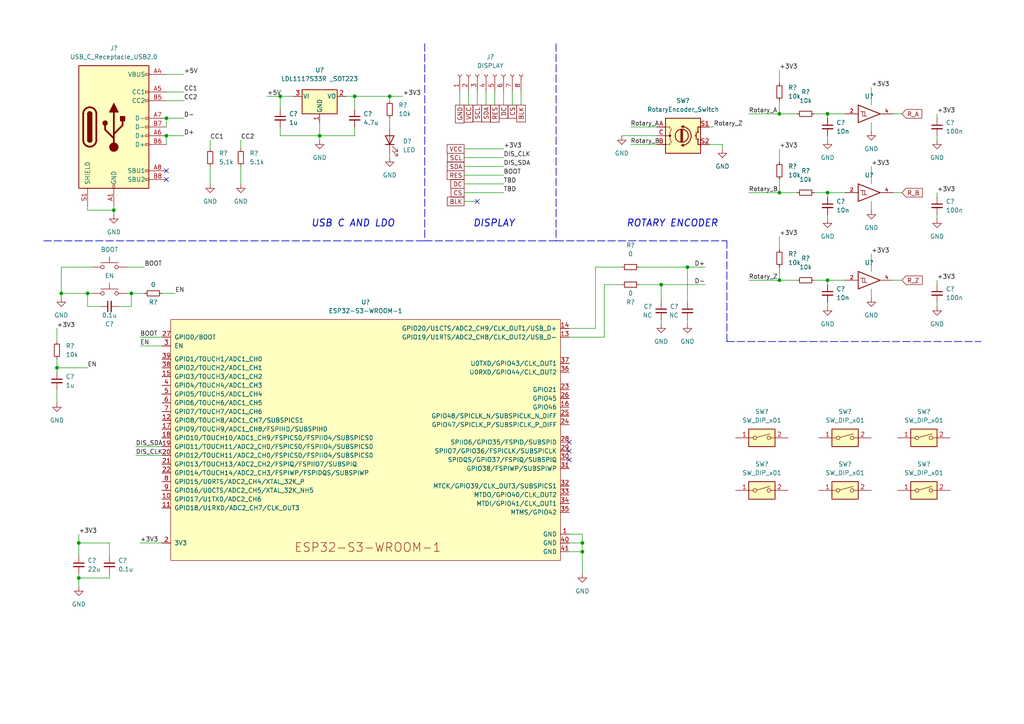
<source format=kicad_sch>
(kicad_sch (version 20211123) (generator eeschema)
  (paper "A4")
  (lib_symbols
    (symbol "74xGxx:74LVC1G17" (pin_names (offset 1.016))
      (property "Reference" "U" (at -2.54 3.81 0))
      (property "Value" "74LVC1G17" (at 0 -3.81 0))
      (symbol "74LVC1G17_0_1"
        (polyline (pts (xy -2.54 0.635) (xy -1.905 0.635) (xy -1.905 -0.635)))
        (polyline (pts (xy -3.81 2.54) (xy -3.81 -2.54) (xy 2.54 0) (xy -3.81 2.54)) (stroke (width 0.254)))
        (polyline (pts (xy -3.175 0.635) (xy -2.54 0.635) (xy -2.54 -0.635) (xy -1.27 -0.635)))
      )
      (symbol "74LVC1G17_1_1"
        (pin input line (at -7.62 0 0) (length 3.81) (name "~") (number "2"))
        (pin power_in line (at 0 -2.54 270) (length 0) hide (name "GND") (number "3"))
        (pin output line (at 6.35 0 180) (length 3.81) (name "~") (number "4"))
        (pin power_in line (at 0 2.54 90) (length 0) hide (name "VCC") (number "5"))
      )
    )
    (symbol "Connector:Conn_01x08_Female" (pin_names (offset 1.016) hide)
      (property "Reference" "J" (at 0 10.16 0))
      (property "Value" "Conn_01x08_Female" (at 0 -12.7 0))
      (symbol "Conn_01x08_Female_1_1"
        (arc (start 0 -9.652) (mid -0.508 -10.16) (end 0 -10.668) (stroke (width 0.1524)))
        (arc (start 0 -7.112) (mid -0.508 -7.62) (end 0 -8.128) (stroke (width 0.1524)))
        (arc (start 0 -4.572) (mid -0.508 -5.08) (end 0 -5.588) (stroke (width 0.1524)))
        (arc (start 0 -2.032) (mid -0.508 -2.54) (end 0 -3.048) (stroke (width 0.1524)))
        (polyline (pts (xy -1.27 -10.16) (xy -0.508 -10.16)) (stroke (width 0.1524)))
        (polyline (pts (xy -1.27 -7.62) (xy -0.508 -7.62)) (stroke (width 0.1524)))
        (polyline (pts (xy -1.27 -5.08) (xy -0.508 -5.08)) (stroke (width 0.1524)))
        (polyline (pts (xy -1.27 -2.54) (xy -0.508 -2.54)) (stroke (width 0.1524)))
        (polyline (pts (xy -1.27 0) (xy -0.508 0)) (stroke (width 0.1524)))
        (polyline (pts (xy -1.27 2.54) (xy -0.508 2.54)) (stroke (width 0.1524)))
        (polyline (pts (xy -1.27 5.08) (xy -0.508 5.08)) (stroke (width 0.1524)))
        (polyline (pts (xy -1.27 7.62) (xy -0.508 7.62)) (stroke (width 0.1524)))
        (arc (start 0 0.508) (mid -0.508 0) (end 0 -0.508) (stroke (width 0.1524)))
        (arc (start 0 3.048) (mid -0.508 2.54) (end 0 2.032) (stroke (width 0.1524)))
        (arc (start 0 5.588) (mid -0.508 5.08) (end 0 4.572) (stroke (width 0.1524)))
        (arc (start 0 8.128) (mid -0.508 7.62) (end 0 7.112) (stroke (width 0.1524)))
        (pin passive line (at -5.08 7.62 0) (length 3.81) (name "Pin_1") (number "1"))
        (pin passive line (at -5.08 5.08 0) (length 3.81) (name "Pin_2") (number "2"))
        (pin passive line (at -5.08 2.54 0) (length 3.81) (name "Pin_3") (number "3"))
        (pin passive line (at -5.08 0 0) (length 3.81) (name "Pin_4") (number "4"))
        (pin passive line (at -5.08 -2.54 0) (length 3.81) (name "Pin_5") (number "5"))
        (pin passive line (at -5.08 -5.08 0) (length 3.81) (name "Pin_6") (number "6"))
        (pin passive line (at -5.08 -7.62 0) (length 3.81) (name "Pin_7") (number "7"))
        (pin passive line (at -5.08 -10.16 0) (length 3.81) (name "Pin_8") (number "8"))
      )
    )
    (symbol "Connector:USB_C_Receptacle_USB2.0" (pin_names (offset 1.016))
      (property "Reference" "J" (at -10.16 19.05 0))
      (property "Value" "USB_C_Receptacle_USB2.0" (at 19.05 19.05 0))
      (symbol "USB_C_Receptacle_USB2.0_0_0"
        (rectangle (start -0.254 -17.78) (end 0.254 -16.764))
        (rectangle (start 10.16 -14.986) (end 9.144 -15.494))
        (rectangle (start 10.16 -12.446) (end 9.144 -12.954))
        (rectangle (start 10.16 -4.826) (end 9.144 -5.334))
        (rectangle (start 10.16 -2.286) (end 9.144 -2.794))
        (rectangle (start 10.16 0.254) (end 9.144 -0.254))
        (rectangle (start 10.16 2.794) (end 9.144 2.286))
        (rectangle (start 10.16 7.874) (end 9.144 7.366))
        (rectangle (start 10.16 10.414) (end 9.144 9.906))
        (rectangle (start 10.16 15.494) (end 9.144 14.986))
      )
      (symbol "USB_C_Receptacle_USB2.0_0_1"
        (rectangle (start -10.16 17.78) (end 10.16 -17.78) (stroke (width 0.254)) (fill (type background)))
        (arc (start -8.89 -3.81) (mid -6.985 -5.715) (end -5.08 -3.81) (stroke (width 0.508)))
        (arc (start -7.62 -3.81) (mid -6.985 -4.445) (end -6.35 -3.81) (stroke (width 0.254)))
        (arc (start -7.62 -3.81) (mid -6.985 -4.445) (end -6.35 -3.81) (stroke (width 0.254)) (fill (type outline)))
        (rectangle (start -7.62 -3.81) (end -6.35 3.81) (stroke (width 0.254)) (fill (type outline)))
        (arc (start -6.35 3.81) (mid -6.985 4.445) (end -7.62 3.81) (stroke (width 0.254)))
        (arc (start -6.35 3.81) (mid -6.985 4.445) (end -7.62 3.81) (stroke (width 0.254)) (fill (type outline)))
        (arc (start -5.08 3.81) (mid -6.985 5.715) (end -8.89 3.81) (stroke (width 0.508)))
        (circle (center -2.54 1.143) (radius 0.635) (stroke (width 0.254)) (fill (type outline)))
        (circle (center 0 -5.842) (radius 1.27) (fill (type outline)))
        (polyline (pts (xy -8.89 -3.81) (xy -8.89 3.81)) (stroke (width 0.508)))
        (polyline (pts (xy -5.08 3.81) (xy -5.08 -3.81)) (stroke (width 0.508)))
        (polyline (pts (xy 0 -5.842) (xy 0 4.318)) (stroke (width 0.508)))
        (polyline (pts (xy 0 -3.302) (xy -2.54 -0.762) (xy -2.54 0.508)) (stroke (width 0.508)))
        (polyline (pts (xy 0 -2.032) (xy 2.54 0.508) (xy 2.54 1.778)) (stroke (width 0.508)))
        (polyline (pts (xy -1.27 4.318) (xy 0 6.858) (xy 1.27 4.318) (xy -1.27 4.318)) (stroke (width 0.254)) (fill (type outline)))
        (rectangle (start 1.905 1.778) (end 3.175 3.048) (stroke (width 0.254)) (fill (type outline)))
      )
      (symbol "USB_C_Receptacle_USB2.0_1_1"
        (pin passive line (at 0 -22.86 90) (length 5.08) (name "GND") (number "A1"))
        (pin passive line (at 0 -22.86 90) (length 5.08) hide (name "GND") (number "A12"))
        (pin passive line (at 15.24 15.24 180) (length 5.08) (name "VBUS") (number "A4"))
        (pin bidirectional line (at 15.24 10.16 180) (length 5.08) (name "CC1") (number "A5"))
        (pin bidirectional line (at 15.24 -2.54 180) (length 5.08) (name "D+") (number "A6"))
        (pin bidirectional line (at 15.24 2.54 180) (length 5.08) (name "D-") (number "A7"))
        (pin bidirectional line (at 15.24 -12.7 180) (length 5.08) (name "SBU1") (number "A8"))
        (pin passive line (at 15.24 15.24 180) (length 5.08) hide (name "VBUS") (number "A9"))
        (pin passive line (at 0 -22.86 90) (length 5.08) hide (name "GND") (number "B1"))
        (pin passive line (at 0 -22.86 90) (length 5.08) hide (name "GND") (number "B12"))
        (pin passive line (at 15.24 15.24 180) (length 5.08) hide (name "VBUS") (number "B4"))
        (pin bidirectional line (at 15.24 7.62 180) (length 5.08) (name "CC2") (number "B5"))
        (pin bidirectional line (at 15.24 -5.08 180) (length 5.08) (name "D+") (number "B6"))
        (pin bidirectional line (at 15.24 0 180) (length 5.08) (name "D-") (number "B7"))
        (pin bidirectional line (at 15.24 -15.24 180) (length 5.08) (name "SBU2") (number "B8"))
        (pin passive line (at 15.24 15.24 180) (length 5.08) hide (name "VBUS") (number "B9"))
        (pin passive line (at -7.62 -22.86 90) (length 5.08) (name "SHIELD") (number "S1"))
      )
    )
    (symbol "Device:C_Small" (pin_numbers hide) (pin_names (offset 0.254) hide)
      (property "Reference" "C" (at 0.254 1.778 0))
      (property "Value" "C_Small" (at 0.254 -2.032 0))
      (symbol "C_Small_0_1"
        (polyline (pts (xy -1.524 -0.508) (xy 1.524 -0.508)) (stroke (width 0.3302)))
        (polyline (pts (xy -1.524 0.508) (xy 1.524 0.508)) (stroke (width 0.3048)))
      )
      (symbol "C_Small_1_1"
        (pin passive line (at 0 2.54 270) (length 2.032) (name "~") (number "1"))
        (pin passive line (at 0 -2.54 90) (length 2.032) (name "~") (number "2"))
      )
    )
    (symbol "Device:LED" (pin_numbers hide) (pin_names (offset 1.016) hide)
      (property "Reference" "D" (at 0 2.54 0))
      (property "Value" "LED" (at 0 -2.54 0))
      (symbol "LED_0_1"
        (polyline (pts (xy -1.27 -1.27) (xy -1.27 1.27)) (stroke (width 0.254)))
        (polyline (pts (xy -1.27 0) (xy 1.27 0)))
        (polyline (pts (xy 1.27 -1.27) (xy 1.27 1.27) (xy -1.27 0) (xy 1.27 -1.27)) (stroke (width 0.254)))
        (polyline (pts (xy -3.048 -0.762) (xy -4.572 -2.286) (xy -3.81 -2.286) (xy -4.572 -2.286) (xy -4.572 -1.524)))
        (polyline (pts (xy -1.778 -0.762) (xy -3.302 -2.286) (xy -2.54 -2.286) (xy -3.302 -2.286) (xy -3.302 -1.524)))
      )
      (symbol "LED_1_1"
        (pin passive line (at -3.81 0 0) (length 2.54) (name "K") (number "1"))
        (pin passive line (at 3.81 0 180) (length 2.54) (name "A") (number "2"))
      )
    )
    (symbol "Device:R_Small" (pin_numbers hide) (pin_names (offset 0.254) hide)
      (property "Reference" "R" (at 0.762 0.508 0))
      (property "Value" "R_Small" (at 0.762 -1.016 0))
      (symbol "R_Small_0_1"
        (rectangle (start -0.762 1.778) (end 0.762 -1.778) (stroke (width 0.2032)))
      )
      (symbol "R_Small_1_1"
        (pin passive line (at 0 2.54 270) (length 0.762) (name "~") (number "1"))
        (pin passive line (at 0 -2.54 90) (length 0.762) (name "~") (number "2"))
      )
    )
    (symbol "Device:RotaryEncoder_Switch" (pin_names (offset 0.254) hide)
      (property "Reference" "SW" (at 0 6.604 0))
      (property "Value" "RotaryEncoder_Switch" (at 0 -6.604 0))
      (symbol "RotaryEncoder_Switch_0_1"
        (rectangle (start -5.08 5.08) (end 5.08 -5.08) (stroke (width 0.254)) (fill (type background)))
        (circle (center -3.81 0) (radius 0.254) (fill (type outline)))
        (arc (start -0.381 -2.794) (mid 2.3622 -0.0508) (end -0.381 2.667) (stroke (width 0.254)))
        (circle (center -0.381 0) (radius 1.905) (stroke (width 0.254)))
        (polyline (pts (xy -0.635 -1.778) (xy -0.635 1.778)) (stroke (width 0.254)))
        (polyline (pts (xy -0.381 -1.778) (xy -0.381 1.778)) (stroke (width 0.254)))
        (polyline (pts (xy -0.127 1.778) (xy -0.127 -1.778)) (stroke (width 0.254)))
        (polyline (pts (xy 3.81 0) (xy 3.429 0)) (stroke (width 0.254)))
        (polyline (pts (xy 3.81 1.016) (xy 3.81 -1.016)) (stroke (width 0.254)))
        (polyline (pts (xy -5.08 -2.54) (xy -3.81 -2.54) (xy -3.81 -2.032)))
        (polyline (pts (xy -5.08 2.54) (xy -3.81 2.54) (xy -3.81 2.032)))
        (polyline (pts (xy 0.254 -3.048) (xy -0.508 -2.794) (xy 0.127 -2.413)) (stroke (width 0.254)))
        (polyline (pts (xy 0.254 2.921) (xy -0.508 2.667) (xy 0.127 2.286)) (stroke (width 0.254)))
        (polyline (pts (xy 5.08 -2.54) (xy 4.318 -2.54) (xy 4.318 -1.016)) (stroke (width 0.254)))
        (polyline (pts (xy 5.08 2.54) (xy 4.318 2.54) (xy 4.318 1.016)) (stroke (width 0.254)))
        (polyline (pts (xy -5.08 0) (xy -3.81 0) (xy -3.81 -1.016) (xy -3.302 -2.032)))
        (polyline (pts (xy -4.318 0) (xy -3.81 0) (xy -3.81 1.016) (xy -3.302 2.032)))
        (circle (center 4.318 -1.016) (radius 0.127) (stroke (width 0.254)))
        (circle (center 4.318 1.016) (radius 0.127) (stroke (width 0.254)))
      )
      (symbol "RotaryEncoder_Switch_1_1"
        (pin passive line (at -7.62 2.54 0) (length 2.54) (name "A") (number "A"))
        (pin passive line (at -7.62 -2.54 0) (length 2.54) (name "B") (number "B"))
        (pin passive line (at -7.62 0 0) (length 2.54) (name "C") (number "C"))
        (pin passive line (at 7.62 2.54 180) (length 2.54) (name "S1") (number "S1"))
        (pin passive line (at 7.62 -2.54 180) (length 2.54) (name "S2") (number "S2"))
      )
    )
    (symbol "Espressif:ESP32-S3-WROOM-1" (pin_names (offset 1.016))
      (property "Reference" "U" (at 0 35.56 0))
      (property "Value" "ESP32-S3-WROOM-1" (at 0 -36.83 0))
      (symbol "ESP32-S3-WROOM-1_0_0"
        (rectangle (start -57.15 34.29) (end 55.88 -35.56) (fill (type background)))
        (text "ESP32-S3-WROOM-1" (at 0 -31.75 0) (effects (font (size 2.54 2.54))))
        (pin power_in line (at 58.42 -27.94 180) (length 2.54) (name "GND") (number "1"))
        (pin bidirectional line (at -59.69 -17.78 0) (length 2.54) (name "GPIO17/U1TXD/ADC2_CH6") (number "10"))
        (pin bidirectional line (at -59.69 -20.32 0) (length 2.54) (name "GPIO18/U1RXD/ADC2_CH7/CLK_OUT3") (number "11"))
        (pin bidirectional line (at -59.69 5.08 0) (length 2.54) (name "GPIO8/TOUCH8/ADC1_CH7/SUBSPICS1") (number "12"))
        (pin bidirectional line (at 58.42 29.21 180) (length 2.54) (name "GPIO19/U1RTS/ADC2_CH8/CLK_OUT2/USB_D-") (number "13"))
        (pin bidirectional line (at 58.42 31.75 180) (length 2.54) (name "GPIO20/U1CTS/ADC2_CH9/CLK_OUT1/USB_D+") (number "14"))
        (pin bidirectional line (at -59.69 17.78 0) (length 2.54) (name "GPIO3/TOUCH3/ADC1_CH2") (number "15"))
        (pin bidirectional line (at 58.42 8.89 180) (length 2.54) (name "GPIO46") (number "16"))
        (pin bidirectional line (at -59.69 2.54 0) (length 2.54) (name "GPIO9/TOUCH9/ADC1_CH8/FSPIHD/SUBSPIHD") (number "17"))
        (pin bidirectional line (at -59.69 0 0) (length 2.54) (name "GPIO10/TOUCH10/ADC1_CH9/FSPICS0/FSPIIO4/SUBSPICS0") (number "18"))
        (pin bidirectional line (at -59.69 -2.54 0) (length 2.54) (name "GPIO11/TOUCH11/ADC2_CH0/FSPICS0/FSPIIO4/SUBSPICS0") (number "19"))
        (pin power_in line (at -59.69 -30.48 0) (length 2.54) (name "3V3") (number "2"))
        (pin bidirectional line (at -59.69 -5.08 0) (length 2.54) (name "GPIO12/TOUCH11/ADC2_CH0/FSPICS0/FSPIIO4/SUBSPICS0") (number "20"))
        (pin bidirectional line (at -59.69 -7.62 0) (length 2.54) (name "GPIO13/TOUCH13/ADC2_CH2/FSPIQ/FSPIIO7/SUBSPIQ") (number "21"))
        (pin bidirectional line (at -59.69 -10.16 0) (length 2.54) (name "GPIO14/TOUCH14/ADC2_CH3/FSPIWP/FSPIDQS/SUBSPIWP") (number "22"))
        (pin bidirectional line (at 58.42 13.97 180) (length 2.54) (name "GPIO21") (number "23"))
        (pin bidirectional line (at 58.42 3.81 180) (length 2.54) (name "GPIO47/SPICLK_P/SUBSPICLK_P_DIFF") (number "24"))
        (pin bidirectional line (at 58.42 6.35 180) (length 2.54) (name "GPIO48/SPICLK_N/SUBSPICLK_N_DIFF") (number "25"))
        (pin bidirectional line (at 58.42 11.43 180) (length 2.54) (name "GPIO45") (number "26"))
        (pin bidirectional line (at -59.69 29.21 0) (length 2.54) (name "GPIO0/BOOT") (number "27"))
        (pin bidirectional line (at 58.42 -1.27 180) (length 2.54) (name "SPIIO6/GPIO35/FSPID/SUBSPID") (number "28"))
        (pin bidirectional line (at 58.42 -3.81 180) (length 2.54) (name "SPIIO7/GPIO36/FSPICLK/SUBSPICLK") (number "29"))
        (pin input line (at -59.69 26.67 0) (length 2.54) (name "EN") (number "3"))
        (pin bidirectional line (at 58.42 -6.35 180) (length 2.54) (name "SPIDQS/GPIO37/FSPIQ/SUBSPIQ") (number "30"))
        (pin bidirectional line (at 58.42 -8.89 180) (length 2.54) (name "GPIO38/FSPIWP/SUBSPIWP") (number "31"))
        (pin bidirectional line (at 58.42 -13.97 180) (length 2.54) (name "MTCK/GPIO39/CLK_OUT3/SUBSPICS1") (number "32"))
        (pin bidirectional line (at 58.42 -16.51 180) (length 2.54) (name "MTDO/GPIO40/CLK_OUT2") (number "33"))
        (pin bidirectional line (at 58.42 -19.05 180) (length 2.54) (name "MTDI/GPIO41/CLK_OUT1") (number "34"))
        (pin bidirectional line (at 58.42 -21.59 180) (length 2.54) (name "MTMS/GPIO42") (number "35"))
        (pin bidirectional line (at 58.42 19.05 180) (length 2.54) (name "U0RXD/GPIO44/CLK_OUT2") (number "36"))
        (pin bidirectional line (at 58.42 21.59 180) (length 2.54) (name "U0TXD/GPIO43/CLK_OUT1") (number "37"))
        (pin bidirectional line (at -59.69 20.32 0) (length 2.54) (name "GPIO2/TOUCH2/ADC1_CH1") (number "38"))
        (pin bidirectional line (at -59.69 22.86 0) (length 2.54) (name "GPIO1/TOUCH1/ADC1_CH0") (number "39"))
        (pin bidirectional line (at -59.69 15.24 0) (length 2.54) (name "GPIO4/TOUCH4/ADC1_CH3") (number "4"))
        (pin power_in line (at 58.42 -30.48 180) (length 2.54) (name "GND") (number "40"))
        (pin power_in line (at 58.42 -33.02 180) (length 2.54) (name "GND") (number "41"))
        (pin bidirectional line (at -59.69 12.7 0) (length 2.54) (name "GPIO5/TOUCH5/ADC1_CH4") (number "5"))
        (pin bidirectional line (at -59.69 10.16 0) (length 2.54) (name "GPIO6/TOUCH6/ADC1_CH5") (number "6"))
        (pin bidirectional line (at -59.69 7.62 0) (length 2.54) (name "GPIO7/TOUCH7/ADC1_CH6") (number "7"))
        (pin bidirectional line (at -59.69 -12.7 0) (length 2.54) (name "GPIO15/U0RTS/ADC2_CH4/XTAL_32K_P") (number "8"))
        (pin bidirectional line (at -59.69 -15.24 0) (length 2.54) (name "GPIO16/U0CTS/ADC2_CH5/XTAL_32K_NH5") (number "9"))
      )
    )
    (symbol "Regulator_Linear:LD1117S33TR_SOT223" (pin_names (offset 0.254))
      (property "Reference" "U" (at -3.81 3.175 0))
      (property "Value" "LD1117S33TR_SOT223" (at 0 3.175 0))
      (symbol "LD1117S33TR_SOT223_0_1"
        (rectangle (start -5.08 -5.08) (end 5.08 1.905) (stroke (width 0.254)) (fill (type background)))
      )
      (symbol "LD1117S33TR_SOT223_1_1"
        (pin power_in line (at 0 -7.62 90) (length 2.54) (name "GND") (number "1"))
        (pin power_out line (at 7.62 0 180) (length 2.54) (name "VO") (number "2"))
        (pin power_in line (at -7.62 0 0) (length 2.54) (name "VI") (number "3"))
      )
    )
    (symbol "Switch:SW_DIP_x01" (pin_names (offset 0) hide)
      (property "Reference" "SW" (at 0 3.81 0))
      (property "Value" "SW_DIP_x01" (at 0 -3.81 0))
      (symbol "SW_DIP_x01_0_0"
        (circle (center -2.032 0) (radius 0.508))
        (polyline (pts (xy -1.524 0.127) (xy 2.3622 1.1684)))
        (circle (center 2.032 0) (radius 0.508))
      )
      (symbol "SW_DIP_x01_0_1"
        (rectangle (start -3.81 2.54) (end 3.81 -2.54) (stroke (width 0.254)) (fill (type background)))
      )
      (symbol "SW_DIP_x01_1_1"
        (pin passive line (at -7.62 0 0) (length 5.08) (name "~") (number "1"))
        (pin passive line (at 7.62 0 180) (length 5.08) (name "~") (number "2"))
      )
    )
    (symbol "Switch:SW_Push" (pin_numbers hide) (pin_names (offset 1.016) hide)
      (property "Reference" "SW" (at 1.27 2.54 0))
      (property "Value" "SW_Push" (at 0 -1.524 0))
      (symbol "SW_Push_0_1"
        (circle (center -2.032 0) (radius 0.508))
        (polyline (pts (xy 0 1.27) (xy 0 3.048)))
        (polyline (pts (xy 2.54 1.27) (xy -2.54 1.27)))
        (circle (center 2.032 0) (radius 0.508))
        (pin passive line (at -5.08 0 0) (length 2.54) (name "1") (number "1"))
        (pin passive line (at 5.08 0 180) (length 2.54) (name "2") (number "2"))
      )
    )
    (symbol "power:GND" (power) (pin_names (offset 0))
      (property "Value" "GND" (at 0 -3.81 0))
      (symbol "GND_0_1"
        (polyline (pts (xy 0 0) (xy 0 -1.27) (xy 1.27 -1.27) (xy 0 -2.54) (xy -1.27 -1.27) (xy 0 -1.27)))
      )
      (symbol "GND_1_1"
        (pin power_in line (at 0 0 270) (length 0) hide (name "GND") (number "1"))
      )
    )
  )
  (junction (at 48.26 34.29))
  (junction (at 22.86 167.64))
  (junction (at 81.28 27.94))
  (junction (at 168.91 160.02))
  (junction (at 226.06 81.28))
  (junction (at 168.91 157.48))
  (junction (at 16.51 106.68))
  (junction (at 92.71 39.37))
  (junction (at 102.87 27.94))
  (junction (at 25.4 85.09))
  (junction (at 240.03 81.28))
  (junction (at 22.86 157.48))
  (junction (at 199.39 77.47))
  (junction (at 226.06 55.88))
  (junction (at 240.03 33.02))
  (junction (at 240.03 55.88))
  (junction (at 17.78 85.09))
  (junction (at 113.03 27.94))
  (junction (at 38.1 85.09))
  (junction (at 33.02 60.96))
  (junction (at 226.06 33.02))
  (junction (at 48.26 39.37))
  (junction (at 191.77 82.55))
  (no_connect (at 138.43 58.42))
  (no_connect (at 48.26 49.53))
  (no_connect (at 48.26 52.07))
  (no_connect (at 165.1 128.27))
  (no_connect (at 165.1 130.81))
  (no_connect (at 165.1 133.35))
  (wire (pts (xy 226.06 43.18) (xy 226.06 46.99)))
  (wire (pts (xy 25.4 59.69) (xy 25.4 60.96)))
  (wire (pts (xy 92.71 39.37) (xy 92.71 40.64)))
  (wire (pts (xy 60.96 40.64) (xy 60.96 43.18)))
  (wire (pts (xy 92.71 39.37) (xy 102.87 39.37)))
  (wire (pts (xy 209.55 43.18) (xy 209.55 41.91)))
  (wire (pts (xy 31.75 167.64) (xy 22.86 167.64)))
  (wire (pts (xy 48.26 29.21) (xy 53.34 29.21)))
  (wire (pts (xy 48.26 39.37) (xy 48.26 41.91)))
  (wire (pts (xy 199.39 77.47) (xy 199.39 87.63)))
  (wire (pts (xy 113.03 34.29) (xy 113.03 36.83)))
  (wire (pts (xy 60.96 48.26) (xy 60.96 53.34)))
  (wire (pts (xy 39.37 129.54) (xy 46.99 129.54)))
  (wire (pts (xy 113.03 27.94) (xy 116.84 27.94)))
  (wire (pts (xy 48.26 39.37) (xy 53.34 39.37)))
  (wire (pts (xy 46.99 85.09) (xy 50.8 85.09)))
  (wire (pts (xy 236.22 55.88) (xy 240.03 55.88)))
  (polyline (pts (xy 123.19 69.85) (xy 161.29 69.85)) (stroke (width 0.2)))
  (wire (pts (xy 252.73 58.42) (xy 252.73 60.96)))
  (wire (pts (xy 16.51 106.68) (xy 25.4 106.68)))
  (wire (pts (xy 48.26 26.67) (xy 53.34 26.67)))
  (polyline (pts (xy 123.19 12.7) (xy 123.19 69.85)) (stroke (width 0.2)))
  (wire (pts (xy 138.43 26.67) (xy 138.43 30.48)))
  (wire (pts (xy 252.73 73.66) (xy 252.73 78.74)))
  (wire (pts (xy 22.86 167.64) (xy 22.86 170.18)))
  (wire (pts (xy 134.62 48.26) (xy 146.05 48.26)))
  (wire (pts (xy 259.08 55.88) (xy 261.62 55.88)))
  (wire (pts (xy 252.73 48.26) (xy 252.73 53.34)))
  (wire (pts (xy 240.03 87.63) (xy 240.03 88.9)))
  (wire (pts (xy 40.64 157.48) (xy 46.99 157.48)))
  (wire (pts (xy 17.78 77.47) (xy 26.67 77.47)))
  (wire (pts (xy 236.22 33.02) (xy 240.03 33.02)))
  (wire (pts (xy 240.03 55.88) (xy 245.11 55.88)))
  (wire (pts (xy 40.64 100.33) (xy 46.99 100.33)))
  (wire (pts (xy 48.26 21.59) (xy 53.34 21.59)))
  (wire (pts (xy 271.78 62.23) (xy 271.78 63.5)))
  (wire (pts (xy 226.06 52.07) (xy 226.06 55.88)))
  (wire (pts (xy 172.72 77.47) (xy 180.34 77.47)))
  (wire (pts (xy 134.62 53.34) (xy 146.05 53.34)))
  (wire (pts (xy 40.64 97.79) (xy 46.99 97.79)))
  (wire (pts (xy 240.03 33.02) (xy 245.11 33.02)))
  (wire (pts (xy 113.03 44.45) (xy 113.03 45.72)))
  (wire (pts (xy 217.17 81.28) (xy 226.06 81.28)))
  (wire (pts (xy 252.73 25.4) (xy 252.73 30.48)))
  (wire (pts (xy 226.06 68.58) (xy 226.06 72.39)))
  (wire (pts (xy 38.1 85.09) (xy 41.91 85.09)))
  (wire (pts (xy 38.1 88.9) (xy 38.1 85.09)))
  (wire (pts (xy 146.05 26.67) (xy 146.05 30.48)))
  (wire (pts (xy 180.34 82.55) (xy 175.26 82.55)))
  (wire (pts (xy 113.03 27.94) (xy 113.03 29.21)))
  (wire (pts (xy 81.28 27.94) (xy 85.09 27.94)))
  (wire (pts (xy 165.1 157.48) (xy 168.91 157.48)))
  (wire (pts (xy 29.21 88.9) (xy 25.4 88.9)))
  (polyline (pts (xy 210.82 69.85) (xy 210.82 99.06)) (stroke (width 0.2)))
  (wire (pts (xy 182.88 41.91) (xy 190.5 41.91)))
  (wire (pts (xy 36.83 85.09) (xy 38.1 85.09)))
  (wire (pts (xy 25.4 85.09) (xy 26.67 85.09)))
  (wire (pts (xy 191.77 82.55) (xy 185.42 82.55)))
  (wire (pts (xy 34.29 88.9) (xy 38.1 88.9)))
  (wire (pts (xy 271.78 39.37) (xy 271.78 40.64)))
  (wire (pts (xy 69.85 48.26) (xy 69.85 53.34)))
  (wire (pts (xy 182.88 36.83) (xy 190.5 36.83)))
  (wire (pts (xy 102.87 27.94) (xy 100.33 27.94)))
  (wire (pts (xy 191.77 92.71) (xy 191.77 93.98)))
  (wire (pts (xy 16.51 106.68) (xy 16.51 107.95)))
  (wire (pts (xy 217.17 33.02) (xy 226.06 33.02)))
  (wire (pts (xy 191.77 82.55) (xy 191.77 87.63)))
  (wire (pts (xy 22.86 157.48) (xy 22.86 161.29)))
  (wire (pts (xy 22.86 154.94) (xy 22.86 157.48)))
  (wire (pts (xy 140.97 26.67) (xy 140.97 30.48)))
  (wire (pts (xy 22.86 157.48) (xy 31.75 157.48)))
  (wire (pts (xy 240.03 39.37) (xy 240.03 40.64)))
  (wire (pts (xy 236.22 81.28) (xy 240.03 81.28)))
  (wire (pts (xy 240.03 55.88) (xy 240.03 57.15)))
  (wire (pts (xy 271.78 33.02) (xy 271.78 34.29)))
  (wire (pts (xy 165.1 160.02) (xy 168.91 160.02)))
  (wire (pts (xy 226.06 77.47) (xy 226.06 81.28)))
  (wire (pts (xy 175.26 97.79) (xy 165.1 97.79)))
  (wire (pts (xy 148.59 26.67) (xy 148.59 30.48)))
  (wire (pts (xy 77.47 27.94) (xy 81.28 27.94)))
  (wire (pts (xy 204.47 82.55) (xy 191.77 82.55)))
  (wire (pts (xy 252.73 35.56) (xy 252.73 38.1)))
  (wire (pts (xy 168.91 154.94) (xy 168.91 157.48)))
  (wire (pts (xy 205.74 36.83) (xy 207.01 36.83)))
  (wire (pts (xy 48.26 34.29) (xy 48.26 36.83)))
  (wire (pts (xy 138.43 58.42) (xy 134.62 58.42)))
  (polyline (pts (xy 161.29 12.7) (xy 161.29 69.85)) (stroke (width 0.2)))
  (wire (pts (xy 81.28 27.94) (xy 81.28 31.75)))
  (wire (pts (xy 240.03 33.02) (xy 240.03 34.29)))
  (wire (pts (xy 165.1 95.25) (xy 172.72 95.25)))
  (wire (pts (xy 271.78 87.63) (xy 271.78 88.9)))
  (wire (pts (xy 180.34 39.37) (xy 190.5 39.37)))
  (wire (pts (xy 134.62 55.88) (xy 146.05 55.88)))
  (wire (pts (xy 22.86 166.37) (xy 22.86 167.64)))
  (wire (pts (xy 16.51 104.14) (xy 16.51 106.68)))
  (wire (pts (xy 134.62 43.18) (xy 146.05 43.18)))
  (wire (pts (xy 134.62 50.8) (xy 146.05 50.8)))
  (wire (pts (xy 69.85 40.64) (xy 69.85 43.18)))
  (wire (pts (xy 133.35 26.67) (xy 133.35 30.48)))
  (wire (pts (xy 25.4 88.9) (xy 25.4 85.09)))
  (wire (pts (xy 33.02 60.96) (xy 33.02 62.23)))
  (wire (pts (xy 175.26 82.55) (xy 175.26 97.79)))
  (wire (pts (xy 48.26 34.29) (xy 53.34 34.29)))
  (wire (pts (xy 252.73 83.82) (xy 252.73 86.36)))
  (wire (pts (xy 226.06 20.32) (xy 226.06 24.13)))
  (wire (pts (xy 204.47 77.47) (xy 199.39 77.47)))
  (wire (pts (xy 25.4 60.96) (xy 33.02 60.96)))
  (wire (pts (xy 271.78 81.28) (xy 271.78 82.55)))
  (wire (pts (xy 33.02 59.69) (xy 33.02 60.96)))
  (wire (pts (xy 102.87 27.94) (xy 113.03 27.94)))
  (polyline (pts (xy 210.82 99.06) (xy 284.48 99.06)) (stroke (width 0.2)))
  (wire (pts (xy 92.71 35.56) (xy 92.71 39.37)))
  (wire (pts (xy 226.06 81.28) (xy 231.14 81.28)))
  (polyline (pts (xy 161.29 69.85) (xy 210.82 69.85)) (stroke (width 0.2)))
  (wire (pts (xy 205.74 41.91) (xy 209.55 41.91)))
  (wire (pts (xy 16.51 113.03) (xy 16.51 116.84)))
  (wire (pts (xy 226.06 33.02) (xy 231.14 33.02)))
  (wire (pts (xy 17.78 86.36) (xy 17.78 85.09)))
  (wire (pts (xy 240.03 81.28) (xy 245.11 81.28)))
  (wire (pts (xy 39.37 132.08) (xy 46.99 132.08)))
  (wire (pts (xy 172.72 95.25) (xy 172.72 77.47)))
  (wire (pts (xy 168.91 160.02) (xy 168.91 166.37)))
  (wire (pts (xy 16.51 95.25) (xy 16.51 99.06)))
  (wire (pts (xy 226.06 29.21) (xy 226.06 33.02)))
  (wire (pts (xy 102.87 36.83) (xy 102.87 39.37)))
  (wire (pts (xy 199.39 77.47) (xy 185.42 77.47)))
  (wire (pts (xy 199.39 92.71) (xy 199.39 93.98)))
  (wire (pts (xy 102.87 31.75) (xy 102.87 27.94)))
  (wire (pts (xy 31.75 157.48) (xy 31.75 161.29)))
  (wire (pts (xy 17.78 85.09) (xy 25.4 85.09)))
  (wire (pts (xy 81.28 39.37) (xy 92.71 39.37)))
  (wire (pts (xy 259.08 33.02) (xy 261.62 33.02)))
  (wire (pts (xy 135.89 26.67) (xy 135.89 30.48)))
  (wire (pts (xy 31.75 166.37) (xy 31.75 167.64)))
  (wire (pts (xy 217.17 55.88) (xy 226.06 55.88)))
  (wire (pts (xy 151.13 26.67) (xy 151.13 30.48)))
  (wire (pts (xy 143.51 26.67) (xy 143.51 30.48)))
  (wire (pts (xy 240.03 62.23) (xy 240.03 63.5)))
  (wire (pts (xy 134.62 45.72) (xy 146.05 45.72)))
  (wire (pts (xy 240.03 81.28) (xy 240.03 82.55)))
  (wire (pts (xy 81.28 36.83) (xy 81.28 39.37)))
  (wire (pts (xy 226.06 55.88) (xy 231.14 55.88)))
  (wire (pts (xy 271.78 55.88) (xy 271.78 57.15)))
  (wire (pts (xy 165.1 154.94) (xy 168.91 154.94)))
  (wire (pts (xy 17.78 85.09) (xy 17.78 77.47)))
  (polyline (pts (xy 12.7 69.85) (xy 123.19 69.85)) (stroke (width 0.2)))
  (wire (pts (xy 168.91 157.48) (xy 168.91 160.02)))
  (wire (pts (xy 259.08 81.28) (xy 261.62 81.28)))
  (wire (pts (xy 36.83 77.47) (xy 41.91 77.47)))
  (text "USB C AND LDO" (at 90.17 66.04 0) (effects (font (size 2 2) (thickness 0.254) bold italic) (justify left bottom)))
  (text "ROTARY ENCODER" (at 181.61 66.04 0) (effects (font (size 2 2) (thickness 0.254) bold italic) (justify left bottom)))
  (text "DISPLAY" (at 137.16 66.04 0) (effects (font (size 2 2) (thickness 0.254) bold italic) (justify left bottom)))
  (label "CC2" (at 53.34 29.21 0))
  (label "EN" (at 25.4 106.68 0))
  (label "+3V3" (at 271.78 81.28 0))
  (label "D+" (at 53.34 39.37 0))
  (label "+3V3" (at 226.06 43.18 0))
  (label "Rotary_B" (at 217.17 55.88 0))
  (label "+3V3" (at 252.73 73.66 0))
  (label "D+" (at 204.47 77.47 180))
  (label "DIS_SDA" (at 146.05 48.26 0))
  (label "+3V3" (at 116.84 27.94 0))
  (label "+3V3" (at 226.06 20.32 0))
  (label "+3V3" (at 252.73 25.4 0))
  (label "EN" (at 40.64 100.33 0))
  (label "DIS_CLK" (at 146.05 45.72 0))
  (label "+3V3" (at 40.64 157.48 0))
  (label "CC1" (at 53.34 26.67 0))
  (label "DIS_CLK" (at 39.37 132.08 0))
  (label "+5V" (at 77.47 27.94 0))
  (label "TBD" (at 146.05 53.34 0))
  (label "+3V3" (at 16.51 95.25 0))
  (label "+3V3" (at 22.86 154.94 0))
  (label "+3V3" (at 271.78 55.88 0))
  (label "Rotary_B" (at 182.88 41.91 0))
  (label "+3V3" (at 226.06 68.58 0))
  (label "EN" (at 50.8 85.09 0))
  (label "DIS_SDA" (at 39.37 129.54 0))
  (label "+3V3" (at 146.05 43.18 0))
  (label "Rotary_Z" (at 217.17 81.28 0))
  (label "D-" (at 204.47 82.55 180))
  (label "+5V" (at 53.34 21.59 0))
  (label "Rotary_A" (at 217.17 33.02 0))
  (label "BOOT" (at 41.91 77.47 0))
  (label "+3V3" (at 271.78 33.02 0))
  (label "Rotary_A" (at 182.88 36.83 0))
  (label "Rotary_Z" (at 207.01 36.83 0))
  (label "BOOT" (at 146.05 50.8 0))
  (label "BOOT" (at 40.64 97.79 0))
  (label "CC2" (at 69.85 40.64 0))
  (label "D-" (at 53.34 34.29 0))
  (label "+3V3" (at 252.73 48.26 0))
  (label "TBD" (at 146.05 55.88 0))
  (label "CC1" (at 60.96 40.64 0))
  (global_label "CS" (shape passive) (at 134.62 55.88 180) (property "Intersheet References" "${INTERSHEET_REFS}" (effects hide)))
  (global_label "DC" (shape passive) (at 146.05 30.48 270) (property "Intersheet References" "${INTERSHEET_REFS}" (effects hide)))
  (global_label "RES" (shape passive) (at 134.62 50.8 180) (property "Intersheet References" "${INTERSHEET_REFS}" (effects hide)))
  (global_label "GND" (shape passive) (at 133.35 30.48 270) (property "Intersheet References" "${INTERSHEET_REFS}" (effects hide)))
  (global_label "CS" (shape passive) (at 148.59 30.48 270) (property "Intersheet References" "${INTERSHEET_REFS}" (effects hide)))
  (global_label "SCL" (shape passive) (at 134.62 45.72 180) (property "Intersheet References" "${INTERSHEET_REFS}" (effects hide)))
  (global_label "R_A" (shape input) (at 261.62 33.02 0) (property "Intersheet References" "${INTERSHEET_REFS}" (effects hide)))
  (global_label "R_Z" (shape input) (at 261.62 81.28 0) (property "Intersheet References" "${INTERSHEET_REFS}" (effects hide)))
  (global_label "VCC" (shape passive) (at 134.62 43.18 180) (property "Intersheet References" "${INTERSHEET_REFS}" (effects hide)))
  (global_label "SCL" (shape passive) (at 138.43 30.48 270) (property "Intersheet References" "${INTERSHEET_REFS}" (effects hide)))
  (global_label "VCC" (shape passive) (at 135.89 30.48 270) (property "Intersheet References" "${INTERSHEET_REFS}" (effects hide)))
  (global_label "SDA" (shape passive) (at 140.97 30.48 270) (property "Intersheet References" "${INTERSHEET_REFS}" (effects hide)))
  (global_label "RES" (shape passive) (at 143.51 30.48 270) (property "Intersheet References" "${INTERSHEET_REFS}" (effects hide)))
  (global_label "DC" (shape passive) (at 134.62 53.34 180) (property "Intersheet References" "${INTERSHEET_REFS}" (effects hide)))
  (global_label "R_B" (shape input) (at 261.62 55.88 0) (property "Intersheet References" "${INTERSHEET_REFS}" (effects hide)))
  (global_label "SDA" (shape passive) (at 134.62 48.26 180) (property "Intersheet References" "${INTERSHEET_REFS}" (effects hide)))
  (global_label "BLK" (shape passive) (at 134.62 58.42 180) (property "Intersheet References" "${INTERSHEET_REFS}" (effects hide)))
  (global_label "BLK" (shape passive) (at 151.13 30.48 270) (property "Intersheet References" "${INTERSHEET_REFS}" (effects hide)))
  (symbol (lib_id "Device:C_Small") (at 240.03 85.09 0) (unit 1)
    (property "Reference" "C?" (at 242.57 83.8262 0) (effects (justify left)))
    (property "Value" "10n" (at 242.57 86.3662 0) (effects (justify left)))
  )
  (symbol (lib_id "Connector:USB_C_Receptacle_USB2.0") (at 33.02 36.83 0) (unit 1)
    (property "Reference" "J?" (at 33.02 13.97 0))
    (property "Value" "USB_C_Receptacle_USB2.0" (at 33.02 16.51 0))
    (property "Footprint" "Connector_USB:USB_C_Receptacle_HRO_TYPE-C-31-M-12" (effects hide))
    (property "Datasheet" "https://www.usb.org/sites/default/files/documents/usb_type-c.zip" (effects hide))
  )
  (symbol (lib_id "Device:R_Small") (at 233.68 33.02 90) (unit 1)
    (property "Reference" "R?" (at 233.68 26.67 90))
    (property "Value" "10k" (at 233.68 29.21 90))
  )
  (symbol (lib_id "74xGxx:74LVC1G17") (at 252.73 55.88 0) (unit 1)
    (property "Reference" "U?" (at 252.095 50.8 0))
    (property "Value" "SN74LVC1G17DCKR" (effects hide))
    (property "Footprint" "Package_TO_SOT_SMD:SOT-353_SC-70-5_Handsoldering" (effects hide))
    (property "Datasheet" "https://www.ti.com/lit/ds/symlink/sn74lvc1g17.pdf" (effects hide))
  )
  (symbol (lib_id "power:GND") (at 252.73 60.96 0) (unit 1)
    (property "Reference" "#PWR?" (effects hide))
    (property "Value" "GND" (at 252.73 66.04 0))
  )
  (symbol (lib_id "power:GND") (at 22.86 170.18 0) (unit 1)
    (property "Reference" "#PWR?" (effects hide))
    (property "Value" "GND" (at 22.86 175.26 0))
  )
  (symbol (lib_id "Device:C_Small") (at 31.75 163.83 0) (unit 1)
    (property "Reference" "C?" (at 34.29 162.5662 0) (effects (justify left)))
    (property "Value" "0.1u" (at 34.29 165.1062 0) (effects (justify left)))
  )
  (symbol (lib_id "Switch:SW_DIP_x01") (at 267.97 127 0) (unit 1)
    (property "Reference" "SW?" (at 267.97 119.38 0))
    (property "Value" "SW_DIP_x01" (at 267.97 121.92 0))
  )
  (symbol (lib_id "Device:R_Small") (at 226.06 49.53 0) (unit 1)
    (property "Reference" "R?" (at 228.6 48.2599 0) (effects (justify left)))
    (property "Value" "10k" (at 228.6 50.7999 0) (effects (justify left)))
  )
  (symbol (lib_id "Device:RotaryEncoder_Switch") (at 198.12 39.37 0) (unit 1)
    (property "Reference" "SW?" (at 198.12 29.21 0))
    (property "Value" "RotaryEncoder_Switch" (at 198.12 31.75 0))
  )
  (symbol (lib_id "power:GND") (at 92.71 40.64 0) (unit 1)
    (property "Reference" "#PWR?" (effects hide))
    (property "Value" "GND" (at 92.71 45.72 0))
  )
  (symbol (lib_id "Device:LED") (at 113.03 40.64 90) (unit 1)
    (property "Reference" "D?" (at 116.84 40.9574 90) (effects (justify right)))
    (property "Value" "LED" (at 116.84 43.4974 90) (effects (justify right)))
  )
  (symbol (lib_id "Switch:SW_Push") (at 31.75 85.09 0) (unit 1)
    (property "Reference" "SW?" (effects hide))
    (property "Value" "EN" (at 31.75 80.01 0))
  )
  (symbol (lib_id "Device:R_Small") (at 182.88 77.47 270) (mirror x) (unit 1)
    (property "Reference" "R?" (at 182.88 71.12 90))
    (property "Value" "0" (at 182.88 73.66 90))
  )
  (symbol (lib_id "power:GND") (at 252.73 86.36 0) (unit 1)
    (property "Reference" "#PWR?" (effects hide))
    (property "Value" "GND" (at 252.73 91.44 0))
  )
  (symbol (lib_id "Device:C_Small") (at 240.03 59.69 0) (unit 1)
    (property "Reference" "C?" (at 242.57 58.4262 0) (effects (justify left)))
    (property "Value" "10n" (at 242.57 60.9662 0) (effects (justify left)))
  )
  (symbol (lib_id "Switch:SW_Push") (at 31.75 77.47 0) (unit 1)
    (property "Reference" "SW?" (effects hide))
    (property "Value" "BOOT" (at 31.75 72.39 0))
  )
  (symbol (lib_id "Device:C_Small") (at 271.78 36.83 0) (unit 1)
    (property "Reference" "C?" (at 274.32 35.5662 0) (effects (justify left)))
    (property "Value" "100n" (at 274.32 38.1062 0) (effects (justify left)))
  )
  (symbol (lib_id "Device:C_Small") (at 31.75 88.9 90) (mirror x) (unit 1)
    (property "Reference" "C?" (at 31.75 93.98 90))
    (property "Value" "0.1u" (at 31.75 91.44 90))
  )
  (symbol (lib_id "Device:C_Small") (at 199.39 90.17 0) (mirror y) (unit 1)
    (property "Reference" "C?" (at 196.85 88.9062 0) (effects (justify left)))
    (property "Value" "NC" (at 196.85 91.4462 0) (effects (justify left)))
  )
  (symbol (lib_id "Device:R_Small") (at 113.03 31.75 0) (unit 1)
    (property "Reference" "R?" (at 115.57 30.4799 0) (effects (justify left)))
    (property "Value" "10k" (at 115.57 33.0199 0) (effects (justify left)))
  )
  (symbol (lib_id "Switch:SW_DIP_x01") (at 220.98 127 0) (unit 1)
    (property "Reference" "SW?" (at 220.98 119.38 0))
    (property "Value" "SW_DIP_x01" (at 220.98 121.92 0))
  )
  (symbol (lib_id "Device:R_Small") (at 182.88 82.55 270) (mirror x) (unit 1)
    (property "Reference" "R?" (at 182.88 87.63 90))
    (property "Value" "0" (at 182.88 85.09 90))
  )
  (symbol (lib_id "power:GND") (at 69.85 53.34 0) (unit 1)
    (property "Reference" "#PWR?" (effects hide))
    (property "Value" "GND" (at 69.85 58.42 0))
  )
  (symbol (lib_id "Switch:SW_DIP_x01") (at 220.98 142.24 0) (unit 1)
    (property "Reference" "SW?" (at 220.98 134.62 0))
    (property "Value" "SW_DIP_x01" (at 220.98 137.16 0))
  )
  (symbol (lib_id "power:GND") (at 168.91 166.37 0) (unit 1)
    (property "Reference" "#PWR?" (effects hide))
    (property "Value" "GND" (at 168.91 171.45 0))
  )
  (symbol (lib_id "power:GND") (at 271.78 40.64 0) (unit 1)
    (property "Reference" "#PWR?" (effects hide))
    (property "Value" "GND" (at 271.78 45.72 0))
  )
  (symbol (lib_id "power:GND") (at 16.51 116.84 0) (unit 1)
    (property "Reference" "#PWR?" (effects hide))
    (property "Value" "GND" (at 16.51 121.92 0))
  )
  (symbol (lib_id "Regulator_Linear:LD1117S33TR_SOT223") (at 92.71 27.94 0) (unit 1)
    (property "Reference" "U?" (at 92.71 20.32 0))
    (property "Value" "LDL1117S33R _SOT223" (at 92.71 22.86 0))
    (property "Footprint" "Package_TO_SOT_SMD:SOT-223-3_TabPin2" (effects hide))
    (property "Datasheet" "${KAYASU_DATASHEET_DIR}/LDO/ldl1117.pdf" (effects hide))
  )
  (symbol (lib_id "Device:C_Small") (at 191.77 90.17 0) (mirror y) (unit 1)
    (property "Reference" "C?" (at 189.23 88.9062 0) (effects (justify left)))
    (property "Value" "NC" (at 189.23 91.4462 0) (effects (justify left)))
  )
  (symbol (lib_id "Switch:SW_DIP_x01") (at 245.11 142.24 0) (unit 1)
    (property "Reference" "SW?" (at 245.11 134.62 0))
    (property "Value" "SW_DIP_x01" (at 245.11 137.16 0))
  )
  (symbol (lib_id "Device:R_Small") (at 226.06 74.93 0) (unit 1)
    (property "Reference" "R?" (at 228.6 73.6599 0) (effects (justify left)))
    (property "Value" "10k" (at 228.6 76.1999 0) (effects (justify left)))
  )
  (symbol (lib_id "Device:R_Small") (at 233.68 81.28 90) (unit 1)
    (property "Reference" "R?" (at 233.68 74.93 90))
    (property "Value" "10k" (at 233.68 77.47 90))
  )
  (symbol (lib_id "Switch:SW_DIP_x01") (at 245.11 127 0) (unit 1)
    (property "Reference" "SW?" (at 245.11 119.38 0))
    (property "Value" "SW_DIP_x01" (at 245.11 121.92 0))
  )
  (symbol (lib_id "power:GND") (at 209.55 43.18 0) (unit 1)
    (property "Reference" "#PWR?" (effects hide))
    (property "Value" "GND" (at 209.55 48.26 0))
  )
  (symbol (lib_id "Device:C_Small") (at 240.03 36.83 0) (unit 1)
    (property "Reference" "C?" (at 242.57 35.5662 0) (effects (justify left)))
    (property "Value" "10n" (at 242.57 38.1062 0) (effects (justify left)))
  )
  (symbol (lib_id "power:GND") (at 17.78 86.36 0) (unit 1)
    (property "Reference" "#PWR?" (effects hide))
    (property "Value" "GND" (at 17.78 91.44 0))
  )
  (symbol (lib_id "power:GND") (at 271.78 63.5 0) (unit 1)
    (property "Reference" "#PWR?" (effects hide))
    (property "Value" "GND" (at 271.78 68.58 0))
  )
  (symbol (lib_id "74xGxx:74LVC1G17") (at 252.73 81.28 0) (unit 1)
    (property "Reference" "U?" (at 252.095 76.2 0))
    (property "Value" "SN74LVC1G17DCKR" (effects hide))
    (property "Footprint" "Package_TO_SOT_SMD:SOT-353_SC-70-5_Handsoldering" (effects hide))
    (property "Datasheet" "https://www.ti.com/lit/ds/symlink/sn74lvc1g17.pdf" (effects hide))
  )
  (symbol (lib_id "Device:R_Small") (at 44.45 85.09 90) (unit 1)
    (property "Reference" "R?" (at 44.45 87.63 90))
    (property "Value" "0" (at 44.45 82.55 90))
  )
  (symbol (lib_id "power:GND") (at 240.03 88.9 0) (unit 1)
    (property "Reference" "#PWR?" (effects hide))
    (property "Value" "GND" (at 240.03 93.98 0))
  )
  (symbol (lib_id "power:GND") (at 252.73 38.1 0) (unit 1)
    (property "Reference" "#PWR?" (effects hide))
    (property "Value" "GND" (at 252.73 43.18 0))
  )
  (symbol (lib_id "Connector:Conn_01x08_Female") (at 140.97 21.59 90) (unit 1)
    (property "Reference" "J?" (at 142.24 16.51 90))
    (property "Value" "DISPLAY" (at 142.24 19.05 90))
  )
  (symbol (lib_id "Device:C_Small") (at 102.87 34.29 0) (unit 1)
    (property "Reference" "C?" (at 105.41 33.0262 0) (effects (justify left)))
    (property "Value" "4.7u" (at 105.41 35.5662 0) (effects (justify left)))
  )
  (symbol (lib_id "Device:C_Small") (at 22.86 163.83 0) (unit 1)
    (property "Reference" "C?" (at 25.4 162.5662 0) (effects (justify left)))
    (property "Value" "22u" (at 25.4 165.1062 0) (effects (justify left)))
  )
  (symbol (lib_id "Espressif:ESP32-S3-WROOM-1") (at 106.68 127 0) (unit 1)
    (property "Reference" "U?" (at 106.045 87.63 0))
    (property "Value" "ESP32-S3-WROOM-1" (at 106.045 90.17 0))
    (property "Footprint" "Espressif:ESP32-S3-WROOM-1" (effects hide))
    (property "Datasheet" "${KAYASU_DATASHEET_DIR}/MODULE/esp32-s3-wroom-1_wroom-1u_datasheet_cn.pdf" (effects hide))
  )
  (symbol (lib_id "power:GND") (at 199.39 93.98 0) (mirror y) (unit 1)
    (property "Reference" "#PWR?" (effects hide))
    (property "Value" "GND" (at 199.39 99.06 0))
  )
  (symbol (lib_id "Device:R_Small") (at 226.06 26.67 0) (unit 1)
    (property "Reference" "R?" (at 228.6 25.3999 0) (effects (justify left)))
    (property "Value" "10k" (at 228.6 27.9399 0) (effects (justify left)))
  )
  (symbol (lib_id "Device:R_Small") (at 16.51 101.6 0) (unit 1)
    (property "Reference" "R?" (at 19.05 100.3299 0) (effects (justify left)))
    (property "Value" "10k" (at 19.05 102.8699 0) (effects (justify left)))
  )
  (symbol (lib_id "Device:R_Small") (at 69.85 45.72 0) (unit 1)
    (property "Reference" "R?" (at 72.39 44.4499 0) (effects (justify left)))
    (property "Value" "5.1k" (at 72.39 46.9899 0) (effects (justify left)))
  )
  (symbol (lib_id "Device:C_Small") (at 16.51 110.49 0) (unit 1)
    (property "Reference" "C?" (at 19.05 109.2262 0) (effects (justify left)))
    (property "Value" "1u" (at 19.05 111.7662 0) (effects (justify left)))
  )
  (symbol (lib_id "Device:R_Small") (at 60.96 45.72 0) (unit 1)
    (property "Reference" "R?" (at 63.5 44.4499 0) (effects (justify left)))
    (property "Value" "5.1k" (at 63.5 46.9899 0) (effects (justify left)))
  )
  (symbol (lib_id "74xGxx:74LVC1G17") (at 252.73 33.02 0) (unit 1)
    (property "Reference" "U?" (at 252.095 27.94 0))
    (property "Value" "SN74LVC1G17DCKR" (effects hide))
    (property "Footprint" "Package_TO_SOT_SMD:SOT-353_SC-70-5_Handsoldering" (effects hide))
    (property "Datasheet" "https://www.ti.com/lit/ds/symlink/sn74lvc1g17.pdf" (effects hide))
  )
  (symbol (lib_id "power:GND") (at 240.03 63.5 0) (unit 1)
    (property "Reference" "#PWR?" (effects hide))
    (property "Value" "GND" (at 240.03 68.58 0))
  )
  (symbol (lib_id "power:GND") (at 240.03 40.64 0) (unit 1)
    (property "Reference" "#PWR?" (effects hide))
    (property "Value" "GND" (at 240.03 45.72 0))
  )
  (symbol (lib_id "Switch:SW_DIP_x01") (at 267.97 142.24 0) (unit 1)
    (property "Reference" "SW?" (at 267.97 134.62 0))
    (property "Value" "SW_DIP_x01" (at 267.97 137.16 0))
  )
  (symbol (lib_id "power:GND") (at 113.03 45.72 0) (unit 1)
    (property "Reference" "#PWR?" (effects hide))
    (property "Value" "GND" (at 113.03 50.8 0))
  )
  (symbol (lib_id "Device:C_Small") (at 81.28 34.29 0) (unit 1)
    (property "Reference" "C?" (at 83.82 33.0262 0) (effects (justify left)))
    (property "Value" "1u" (at 83.82 35.5662 0) (effects (justify left)))
  )
  (symbol (lib_id "Device:C_Small") (at 271.78 85.09 0) (unit 1)
    (property "Reference" "C?" (at 274.32 83.8262 0) (effects (justify left)))
    (property "Value" "100n" (at 274.32 86.3662 0) (effects (justify left)))
  )
  (symbol (lib_id "power:GND") (at 271.78 88.9 0) (unit 1)
    (property "Reference" "#PWR?" (effects hide))
    (property "Value" "GND" (at 271.78 93.98 0))
  )
  (symbol (lib_id "power:GND") (at 33.02 62.23 0) (unit 1)
    (property "Reference" "#PWR?" (effects hide))
    (property "Value" "GND" (at 33.02 67.31 0))
  )
  (symbol (lib_id "Device:R_Small") (at 233.68 55.88 90) (unit 1)
    (property "Reference" "R?" (at 233.68 49.53 90))
    (property "Value" "10k" (at 233.68 52.07 90))
  )
  (symbol (lib_id "Device:C_Small") (at 271.78 59.69 0) (unit 1)
    (property "Reference" "C?" (at 274.32 58.4262 0) (effects (justify left)))
    (property "Value" "100n" (at 274.32 60.9662 0) (effects (justify left)))
  )
  (symbol (lib_id "power:GND") (at 60.96 53.34 0) (unit 1)
    (property "Reference" "#PWR?" (effects hide))
    (property "Value" "GND" (at 60.96 58.42 0))
  )
  (symbol (lib_id "power:GND") (at 191.77 93.98 0) (mirror y) (unit 1)
    (property "Reference" "#PWR?" (effects hide))
    (property "Value" "GND" (at 191.77 99.06 0))
  )
  (symbol (lib_id "power:GND") (at 180.34 39.37 0) (unit 1)
    (property "Reference" "#PWR?" (effects hide))
    (property "Value" "GND" (at 180.34 44.45 0))
  )
)
</source>
